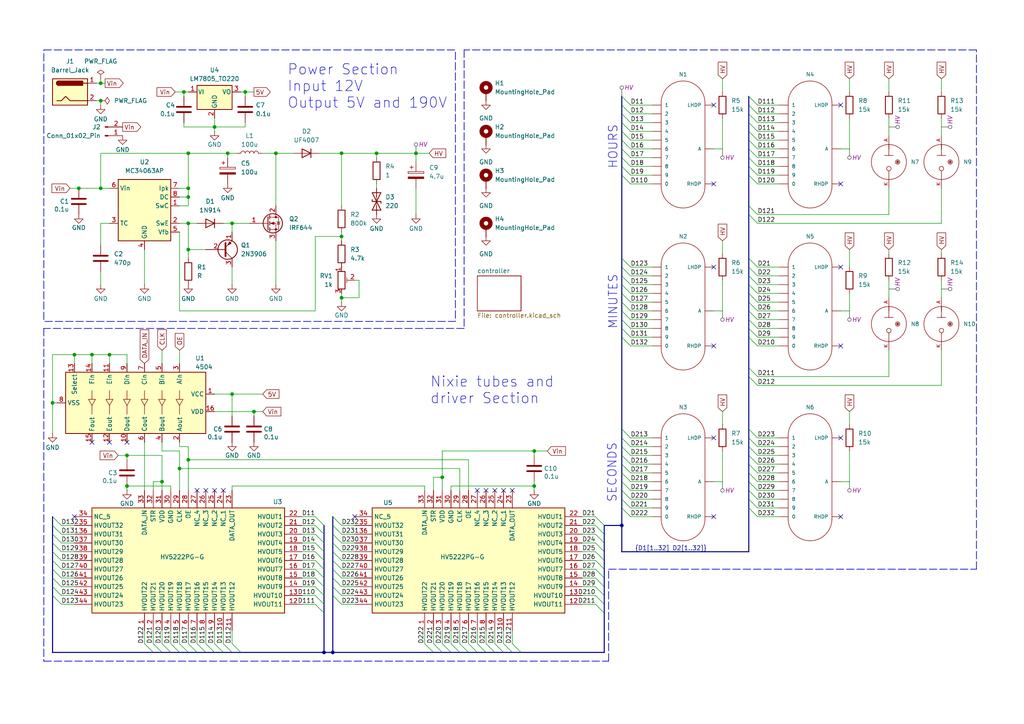
<source format=kicad_sch>
(kicad_sch (version 20231120) (generator "eeschema") (generator_version "8.0")
  (paper "A4")
  (title_block (title "Nixie Clock Project") (date "${DATE}") (rev "${VERSION}") (company "Pim Borman"))
  (junction (at 54.61 57.15))
  (junction (at 66.04 44.45))
  (junction (at 52.07 135.89))
  (junction (at 54.61 64.77))
  (junction (at 73.66 119.38))
  (junction (at 154.94 130.81))
  (junction (at 99.06 44.45))
  (junction (at 99.06 68.58))
  (junction (at 96.52 189.23))
  (junction (at 54.61 54.61))
  (junction (at 93.98 189.23))
  (junction (at 21.59 102.87))
  (junction (at 120.65 44.45))
  (junction (at 29.21 54.61))
  (junction (at 22.86 54.61))
  (junction (at 80.01 44.45))
  (junction (at 128.27 138.43))
  (junction (at 180.34 152.4))
  (junction (at 36.83 132.08))
  (junction (at 109.22 44.45))
  (junction (at 31.75 102.87))
  (junction (at 26.67 102.87))
  (junction (at 46.99 139.7))
  (junction (at 53.34 26.67))
  (junction (at 54.61 72.39))
  (junction (at 54.61 133.35))
  (junction (at 29.21 29.21))
  (junction (at 62.23 36.83))
  (junction (at 67.31 64.77))
  (junction (at 67.31 114.3))
  (junction (at 15.24 116.84))
  (junction (at 71.12 26.67))
  (junction (at 99.06 86.36))
  (junction (at 29.21 24.13))
  (junction (at 36.83 140.97))
  (junction (at 154.94 140.97))
  (junction (at 54.61 44.45))
  (no_connect (at 59.69 142.24))
  (no_connect (at 243.84 149.86))
  (no_connect (at 140.97 142.24))
  (no_connect (at 207.01 127))
  (no_connect (at 243.84 100.33))
  (no_connect (at 243.84 53.34))
  (no_connect (at 207.01 77.47))
  (no_connect (at 64.77 142.24))
  (no_connect (at 143.51 142.24))
  (no_connect (at 57.15 142.24))
  (no_connect (at 36.83 128.27))
  (no_connect (at 138.43 142.24))
  (no_connect (at 243.84 127))
  (no_connect (at 62.23 142.24))
  (no_connect (at 102.87 149.86))
  (no_connect (at 207.01 30.48))
  (no_connect (at 243.84 30.48))
  (no_connect (at 21.59 149.86))
  (no_connect (at 26.67 128.27))
  (no_connect (at 31.75 128.27))
  (no_connect (at 243.84 77.47))
  (no_connect (at 207.01 53.34))
  (no_connect (at 207.01 149.86))
  (no_connect (at 207.01 100.33))
  (no_connect (at 146.05 142.24))
  (no_connect (at 148.59 142.24))
  (bus_entry (at 217.17 45.72) (size 2.54 2.54))
  (bus_entry (at 67.31 186.69) (size 2.54 2.54))
  (bus_entry (at 217.17 142.24) (size 2.54 2.54))
  (bus_entry (at 180.34 82.55) (size 2.54 2.54))
  (bus_entry (at 180.34 139.7) (size 2.54 2.54))
  (bus_entry (at 217.17 109.22) (size 2.54 2.54))
  (bus_entry (at 217.17 35.56) (size 2.54 2.54))
  (bus_entry (at 96.52 157.48) (size 2.54 2.54))
  (bus_entry (at 180.34 90.17) (size 2.54 2.54))
  (bus_entry (at 180.34 144.78) (size 2.54 2.54))
  (bus_entry (at 172.72 149.86) (size 2.54 2.54))
  (bus_entry (at 180.34 30.48) (size 2.54 2.54))
  (bus_entry (at 180.34 80.01) (size 2.54 2.54))
  (bus_entry (at 180.34 38.1) (size 2.54 2.54))
  (bus_entry (at 217.17 30.48) (size 2.54 2.54))
  (bus_entry (at 180.34 33.02) (size 2.54 2.54))
  (bus_entry (at 172.72 162.56) (size 2.54 2.54))
  (bus_entry (at 217.17 43.18) (size 2.54 2.54))
  (bus_entry (at 96.52 165.1) (size 2.54 2.54))
  (bus_entry (at 180.34 35.56) (size 2.54 2.54))
  (bus_entry (at 180.34 87.63) (size 2.54 2.54))
  (bus_entry (at 180.34 134.62) (size 2.54 2.54))
  (bus_entry (at 146.05 186.69) (size 2.54 2.54))
  (bus_entry (at 172.72 172.72) (size 2.54 2.54))
  (bus_entry (at 217.17 147.32) (size 2.54 2.54))
  (bus_entry (at 180.34 127) (size 2.54 2.54))
  (bus_entry (at 217.17 27.94) (size 2.54 2.54))
  (bus_entry (at 57.15 186.69) (size 2.54 2.54))
  (bus_entry (at 180.34 43.18) (size 2.54 2.54))
  (bus_entry (at 91.44 160.02) (size 2.54 2.54))
  (bus_entry (at 46.99 186.69) (size 2.54 2.54))
  (bus_entry (at 15.24 160.02) (size 2.54 2.54))
  (bus_entry (at 96.52 172.72) (size 2.54 2.54))
  (bus_entry (at 180.34 48.26) (size 2.54 2.54))
  (bus_entry (at 15.24 170.18) (size 2.54 2.54))
  (bus_entry (at 217.17 50.8) (size 2.54 2.54))
  (bus_entry (at 180.34 74.93) (size 2.54 2.54))
  (bus_entry (at 217.17 134.62) (size 2.54 2.54))
  (bus_entry (at 15.24 154.94) (size 2.54 2.54))
  (bus_entry (at 217.17 38.1) (size 2.54 2.54))
  (bus_entry (at 217.17 40.64) (size 2.54 2.54))
  (bus_entry (at 180.34 85.09) (size 2.54 2.54))
  (bus_entry (at 91.44 165.1) (size 2.54 2.54))
  (bus_entry (at 15.24 152.4) (size 2.54 2.54))
  (bus_entry (at 217.17 33.02) (size 2.54 2.54))
  (bus_entry (at 180.34 137.16) (size 2.54 2.54))
  (bus_entry (at 217.17 132.08) (size 2.54 2.54))
  (bus_entry (at 172.72 165.1) (size 2.54 2.54))
  (bus_entry (at 217.17 139.7) (size 2.54 2.54))
  (bus_entry (at 180.34 40.64) (size 2.54 2.54))
  (bus_entry (at 180.34 27.94) (size 2.54 2.54))
  (bus_entry (at 96.52 149.86) (size 2.54 2.54))
  (bus_entry (at 172.72 154.94) (size 2.54 2.54))
  (bus_entry (at 96.52 167.64) (size 2.54 2.54))
  (bus_entry (at 96.52 162.56) (size 2.54 2.54))
  (bus_entry (at 217.17 62.23) (size 2.54 2.54))
  (bus_entry (at 180.34 50.8) (size 2.54 2.54))
  (bus_entry (at 180.34 92.71) (size 2.54 2.54))
  (bus_entry (at 15.24 162.56) (size 2.54 2.54))
  (bus_entry (at 143.51 186.69) (size 2.54 2.54))
  (bus_entry (at 172.72 170.18) (size 2.54 2.54))
  (bus_entry (at 217.17 95.25) (size 2.54 2.54))
  (bus_entry (at 15.24 165.1) (size 2.54 2.54))
  (bus_entry (at 41.91 186.69) (size 2.54 2.54))
  (bus_entry (at 180.34 129.54) (size 2.54 2.54))
  (bus_entry (at 180.34 147.32) (size 2.54 2.54))
  (bus_entry (at 64.77 186.69) (size 2.54 2.54))
  (bus_entry (at 217.17 90.17) (size 2.54 2.54))
  (bus_entry (at 52.07 186.69) (size 2.54 2.54))
  (bus_entry (at 96.52 154.94) (size 2.54 2.54))
  (bus_entry (at 96.52 152.4) (size 2.54 2.54))
  (bus_entry (at 217.17 124.46) (size 2.54 2.54))
  (bus_entry (at 172.72 167.64) (size 2.54 2.54))
  (bus_entry (at 217.17 137.16) (size 2.54 2.54))
  (bus_entry (at 217.17 85.09) (size 2.54 2.54))
  (bus_entry (at 15.24 157.48) (size 2.54 2.54))
  (bus_entry (at 172.72 160.02) (size 2.54 2.54))
  (bus_entry (at 62.23 186.69) (size 2.54 2.54))
  (bus_entry (at 217.17 48.26) (size 2.54 2.54))
  (bus_entry (at 128.27 186.69) (size 2.54 2.54))
  (bus_entry (at 217.17 82.55) (size 2.54 2.54))
  (bus_entry (at 91.44 167.64) (size 2.54 2.54))
  (bus_entry (at 140.97 186.69) (size 2.54 2.54))
  (bus_entry (at 217.17 59.69) (size 2.54 2.54))
  (bus_entry (at 217.17 129.54) (size 2.54 2.54))
  (bus_entry (at 15.24 172.72) (size 2.54 2.54))
  (bus_entry (at 91.44 149.86) (size 2.54 2.54))
  (bus_entry (at 148.59 186.69) (size 2.54 2.54))
  (bus_entry (at 217.17 74.93) (size 2.54 2.54))
  (bus_entry (at 91.44 152.4) (size 2.54 2.54))
  (bus_entry (at 180.34 142.24) (size 2.54 2.54))
  (bus_entry (at 133.35 186.69) (size 2.54 2.54))
  (bus_entry (at 180.34 97.79) (size 2.54 2.54))
  (bus_entry (at 15.24 149.86) (size 2.54 2.54))
  (bus_entry (at 96.52 170.18) (size 2.54 2.54))
  (bus_entry (at 54.61 186.69) (size 2.54 2.54))
  (bus_entry (at 130.81 186.69) (size 2.54 2.54))
  (bus_entry (at 125.73 186.69) (size 2.54 2.54))
  (bus_entry (at 123.19 186.69) (size 2.54 2.54))
  (bus_entry (at 217.17 80.01) (size 2.54 2.54))
  (bus_entry (at 217.17 77.47) (size 2.54 2.54))
  (bus_entry (at 217.17 92.71) (size 2.54 2.54))
  (bus_entry (at 91.44 170.18) (size 2.54 2.54))
  (bus_entry (at 217.17 106.68) (size 2.54 2.54))
  (bus_entry (at 172.72 152.4) (size 2.54 2.54))
  (bus_entry (at 44.45 186.69) (size 2.54 2.54))
  (bus_entry (at 91.44 157.48) (size 2.54 2.54))
  (bus_entry (at 49.53 186.69) (size 2.54 2.54))
  (bus_entry (at 217.17 127) (size 2.54 2.54))
  (bus_entry (at 172.72 175.26) (size 2.54 2.54))
  (bus_entry (at 180.34 124.46) (size 2.54 2.54))
  (bus_entry (at 172.72 157.48) (size 2.54 2.54))
  (bus_entry (at 59.69 186.69) (size 2.54 2.54))
  (bus_entry (at 217.17 87.63) (size 2.54 2.54))
  (bus_entry (at 91.44 154.94) (size 2.54 2.54))
  (bus_entry (at 91.44 172.72) (size 2.54 2.54))
  (bus_entry (at 217.17 144.78) (size 2.54 2.54))
  (bus_entry (at 15.24 167.64) (size 2.54 2.54))
  (bus_entry (at 217.17 97.79) (size 2.54 2.54))
  (bus_entry (at 180.34 77.47) (size 2.54 2.54))
  (bus_entry (at 138.43 186.69) (size 2.54 2.54))
  (bus_entry (at 180.34 132.08) (size 2.54 2.54))
  (bus_entry (at 91.44 162.56) (size 2.54 2.54))
  (bus_entry (at 135.89 186.69) (size 2.54 2.54))
  (bus_entry (at 91.44 175.26) (size 2.54 2.54))
  (bus_entry (at 180.34 45.72) (size 2.54 2.54))
  (bus_entry (at 96.52 160.02) (size 2.54 2.54))
  (bus_entry (at 180.34 95.25) (size 2.54 2.54))
  (wire (pts (xy 54.61 64.77) (xy 57.15 64.77)))
  (wire (pts (xy 219.71 90.17) (xy 226.06 90.17)))
  (bus (pts (xy 180.34 139.7) (xy 180.34 142.24)))
  (wire (pts (xy 73.66 119.38) (xy 73.66 120.65)))
  (bus (pts (xy 180.34 152.4) (xy 175.26 152.4)))
  (wire (pts (xy 31.75 102.87) (xy 26.67 102.87)))
  (wire (pts (xy 219.71 111.76) (xy 273.05 111.76)))
  (wire (pts (xy 128.27 138.43) (xy 128.27 142.24)))
  (wire (pts (xy 53.34 26.67) (xy 54.61 26.67)))
  (wire (pts (xy 168.91 170.18) (xy 172.72 170.18)))
  (wire (pts (xy 54.61 57.15) (xy 54.61 54.61)))
  (wire (pts (xy 66.04 44.45) (xy 66.04 45.72)))
  (wire (pts (xy 154.94 130.81) (xy 158.75 130.81)))
  (wire (pts (xy 182.88 85.09) (xy 189.23 85.09)))
  (bus (pts (xy 180.34 92.71) (xy 180.34 95.25)))
  (wire (pts (xy 219.71 97.79) (xy 226.06 97.79)))
  (wire (pts (xy 123.19 140.97) (xy 123.19 142.24)))
  (wire (pts (xy 52.07 67.31) (xy 52.07 90.17)))
  (bus (pts (xy 175.26 165.1) (xy 175.26 167.64)))
  (wire (pts (xy 87.63 152.4) (xy 91.44 152.4)))
  (wire (pts (xy 182.88 35.56) (xy 189.23 35.56)))
  (wire (pts (xy 219.71 64.77) (xy 273.05 64.77)))
  (wire (pts (xy 130.81 140.97) (xy 154.94 140.97)))
  (bus (pts (xy 217.17 147.32) (xy 217.17 160.02)))
  (wire (pts (xy 99.06 157.48) (xy 102.87 157.48)))
  (bus (pts (xy 15.24 149.86) (xy 15.24 152.4)))
  (bus (pts (xy 180.34 134.62) (xy 180.34 137.16)))
  (wire (pts (xy 62.23 38.1) (xy 62.23 36.83)))
  (bus (pts (xy 217.17 48.26) (xy 217.17 50.8)))
  (wire (pts (xy 46.99 101.6) (xy 46.99 105.41)))
  (wire (pts (xy 17.78 152.4) (xy 21.59 152.4)))
  (bus (pts (xy 175.26 167.64) (xy 175.26 170.18)))
  (wire (pts (xy 27.94 24.13) (xy 29.21 24.13)))
  (wire (pts (xy 99.06 68.58) (xy 99.06 69.85)))
  (wire (pts (xy 257.81 81.28) (xy 257.81 86.36)))
  (bus (pts (xy 180.34 27.94) (xy 180.34 30.48)))
  (wire (pts (xy 219.71 53.34) (xy 226.06 53.34)))
  (wire (pts (xy 109.22 44.45) (xy 109.22 45.72)))
  (wire (pts (xy 182.88 97.79) (xy 189.23 97.79)))
  (bus (pts (xy 217.17 144.78) (xy 217.17 147.32)))
  (bus (pts (xy 175.26 160.02) (xy 175.26 162.56)))
  (bus (pts (xy 130.81 189.23) (xy 128.27 189.23)))
  (wire (pts (xy 182.88 137.16) (xy 189.23 137.16)))
  (bus (pts (xy 217.17 77.47) (xy 217.17 80.01)))
  (bus (pts (xy 217.17 90.17) (xy 217.17 92.71)))
  (bus (pts (xy 180.34 35.56) (xy 180.34 38.1)))
  (wire (pts (xy 219.71 144.78) (xy 226.06 144.78)))
  (wire (pts (xy 273.05 101.6) (xy 273.05 111.76)))
  (polyline (pts (xy 134.62 14.478) (xy 134.62 95.25)) (stroke (width 0.2) (type dash)))
  (wire (pts (xy 52.07 130.81) (xy 52.07 135.89)))
  (bus (pts (xy 96.52 172.72) (xy 96.52 189.23)))
  (bus (pts (xy 180.34 95.25) (xy 180.34 97.79)))
  (wire (pts (xy 273.05 81.28) (xy 273.05 86.36)))
  (wire (pts (xy 246.38 130.81) (xy 246.38 139.7)))
  (wire (pts (xy 257.81 62.23) (xy 257.81 54.61)))
  (wire (pts (xy 182.88 132.08) (xy 189.23 132.08)))
  (wire (pts (xy 15.24 102.87) (xy 21.59 102.87)))
  (bus (pts (xy 217.17 137.16) (xy 217.17 139.7)))
  (bus (pts (xy 93.98 157.48) (xy 93.98 160.02)))
  (bus (pts (xy 217.17 30.48) (xy 217.17 33.02)))
  (bus (pts (xy 180.34 127) (xy 180.34 129.54)))
  (wire (pts (xy 143.51 186.69) (xy 143.51 182.88)))
  (wire (pts (xy 219.71 35.56) (xy 226.06 35.56)))
  (wire (pts (xy 52.07 135.89) (xy 133.35 135.89)))
  (wire (pts (xy 67.31 140.97) (xy 123.19 140.97)))
  (wire (pts (xy 87.63 165.1) (xy 91.44 165.1)))
  (wire (pts (xy 182.88 30.48) (xy 189.23 30.48)))
  (bus (pts (xy 15.24 157.48) (xy 15.24 160.02)))
  (wire (pts (xy 99.06 44.45) (xy 109.22 44.45)))
  (wire (pts (xy 67.31 114.3) (xy 67.31 120.65)))
  (wire (pts (xy 29.21 29.21) (xy 27.94 29.21)))
  (bus (pts (xy 96.52 162.56) (xy 96.52 165.1)))
  (bus (pts (xy 175.26 152.4) (xy 175.26 154.94)))
  (wire (pts (xy 182.88 149.86) (xy 189.23 149.86)))
  (wire (pts (xy 219.71 100.33) (xy 226.06 100.33)))
  (bus (pts (xy 217.17 27.94) (xy 217.17 30.48)))
  (wire (pts (xy 182.88 82.55) (xy 189.23 82.55)))
  (wire (pts (xy 273.05 72.39) (xy 273.05 73.66)))
  (bus (pts (xy 15.24 154.94) (xy 15.24 157.48)))
  (bus (pts (xy 128.27 189.23) (xy 125.73 189.23)))
  (wire (pts (xy 52.07 135.89) (xy 52.07 142.24)))
  (bus (pts (xy 15.24 162.56) (xy 15.24 165.1)))
  (wire (pts (xy 109.22 53.34) (xy 109.22 54.61)))
  (bus (pts (xy 93.98 172.72) (xy 93.98 175.26)))
  (wire (pts (xy 29.21 54.61) (xy 29.21 44.45)))
  (bus (pts (xy 175.26 170.18) (xy 175.26 172.72)))
  (wire (pts (xy 31.75 64.77) (xy 29.21 64.77)))
  (wire (pts (xy 80.01 44.45) (xy 80.01 59.69)))
  (bus (pts (xy 96.52 189.23) (xy 93.98 189.23)))
  (wire (pts (xy 257.81 22.86) (xy 257.81 26.67)))
  (wire (pts (xy 99.06 175.26) (xy 102.87 175.26)))
  (wire (pts (xy 71.12 26.67) (xy 69.85 26.67)))
  (wire (pts (xy 76.2 119.38) (xy 73.66 119.38)))
  (wire (pts (xy 59.69 186.69) (xy 59.69 182.88)))
  (wire (pts (xy 67.31 182.88) (xy 67.31 186.69)))
  (wire (pts (xy 46.99 132.08) (xy 36.83 132.08)))
  (wire (pts (xy 182.88 134.62) (xy 189.23 134.62)))
  (wire (pts (xy 219.71 87.63) (xy 226.06 87.63)))
  (wire (pts (xy 73.66 119.38) (xy 62.23 119.38)))
  (wire (pts (xy 219.71 142.24) (xy 226.06 142.24)))
  (wire (pts (xy 104.14 81.28) (xy 104.14 86.36)))
  (wire (pts (xy 182.88 95.25) (xy 189.23 95.25)))
  (bus (pts (xy 54.61 189.23) (xy 52.07 189.23)))
  (bus (pts (xy 217.17 43.18) (xy 217.17 45.72)))
  (bus (pts (xy 62.23 189.23) (xy 59.69 189.23)))
  (wire (pts (xy 20.32 54.61) (xy 22.86 54.61)))
  (bus (pts (xy 180.34 152.4) (xy 180.34 160.02)))
  (wire (pts (xy 182.88 87.63) (xy 189.23 87.63)))
  (bus (pts (xy 93.98 165.1) (xy 93.98 167.64)))
  (wire (pts (xy 29.21 24.13) (xy 30.48 24.13)))
  (wire (pts (xy 76.2 114.3) (xy 67.31 114.3)))
  (bus (pts (xy 143.51 189.23) (xy 140.97 189.23)))
  (wire (pts (xy 87.63 157.48) (xy 91.44 157.48)))
  (wire (pts (xy 52.07 57.15) (xy 54.61 57.15)))
  (wire (pts (xy 182.88 48.26) (xy 189.23 48.26)))
  (wire (pts (xy 52.07 128.27) (xy 52.07 129.54)))
  (wire (pts (xy 219.71 149.86) (xy 226.06 149.86)))
  (wire (pts (xy 257.81 101.6) (xy 257.81 109.22)))
  (wire (pts (xy 219.71 45.72) (xy 226.06 45.72)))
  (bus (pts (xy 180.34 50.8) (xy 180.34 74.93)))
  (wire (pts (xy 182.88 33.02) (xy 189.23 33.02)))
  (wire (pts (xy 52.07 64.77) (xy 54.61 64.77)))
  (bus (pts (xy 217.17 97.79) (xy 217.17 106.68)))
  (wire (pts (xy 209.55 139.7) (xy 207.01 139.7)))
  (bus (pts (xy 180.34 43.18) (xy 180.34 45.72)))
  (wire (pts (xy 246.38 34.29) (xy 246.38 43.18)))
  (wire (pts (xy 87.63 162.56) (xy 91.44 162.56)))
  (wire (pts (xy 146.05 186.69) (xy 146.05 182.88)))
  (bus (pts (xy 15.24 165.1) (xy 15.24 167.64)))
  (bus (pts (xy 93.98 189.23) (xy 69.85 189.23)))
  (wire (pts (xy 99.06 86.36) (xy 99.06 85.09)))
  (wire (pts (xy 209.55 130.81) (xy 209.55 139.7)))
  (wire (pts (xy 219.71 82.55) (xy 226.06 82.55)))
  (wire (pts (xy 154.94 132.08) (xy 154.94 130.81)))
  (wire (pts (xy 99.06 44.45) (xy 99.06 59.69)))
  (wire (pts (xy 125.73 186.69) (xy 125.73 182.88)))
  (wire (pts (xy 209.55 69.85) (xy 209.55 73.66)))
  (wire (pts (xy 99.06 154.94) (xy 102.87 154.94)))
  (bus (pts (xy 217.17 124.46) (xy 217.17 127)))
  (bus (pts (xy 135.89 189.23) (xy 133.35 189.23)))
  (wire (pts (xy 219.71 85.09) (xy 226.06 85.09)))
  (wire (pts (xy 36.83 105.41) (xy 36.83 102.87)))
  (wire (pts (xy 36.83 133.35) (xy 36.83 132.08)))
  (wire (pts (xy 41.91 186.69) (xy 41.91 182.88)))
  (wire (pts (xy 168.91 167.64) (xy 172.72 167.64)))
  (bus (pts (xy 217.17 142.24) (xy 217.17 144.78)))
  (wire (pts (xy 54.61 59.69) (xy 54.61 57.15)))
  (wire (pts (xy 53.34 35.56) (xy 53.34 36.83)))
  (wire (pts (xy 31.75 54.61) (xy 29.21 54.61)))
  (bus (pts (xy 93.98 154.94) (xy 93.98 157.48)))
  (bus (pts (xy 59.69 189.23) (xy 57.15 189.23)))
  (bus (pts (xy 217.17 59.69) (xy 217.17 62.23)))
  (bus (pts (xy 217.17 80.01) (xy 217.17 82.55)))
  (wire (pts (xy 219.71 134.62) (xy 226.06 134.62)))
  (bus (pts (xy 180.34 160.02) (xy 217.17 160.02)))
  (wire (pts (xy 54.61 44.45) (xy 66.04 44.45)))
  (wire (pts (xy 76.2 44.45) (xy 80.01 44.45)))
  (polyline (pts (xy 176.53 191.77) (xy 176.53 165.1)) (stroke (width 0.2) (type dash)))
  (wire (pts (xy 125.73 138.43) (xy 128.27 138.43)))
  (wire (pts (xy 120.65 44.45) (xy 124.46 44.45)))
  (wire (pts (xy 128.27 186.69) (xy 128.27 182.88)))
  (wire (pts (xy 67.31 64.77) (xy 67.31 67.31)))
  (wire (pts (xy 52.07 186.69) (xy 52.07 182.88)))
  (polyline (pts (xy 12.7 191.77) (xy 176.53 191.77)) (stroke (width 0.2) (type dash)))
  (polyline (pts (xy 283.21 14.478) (xy 134.62 14.478)) (stroke (width 0.2) (type dash)))
  (wire (pts (xy 22.86 54.61) (xy 29.21 54.61)))
  (wire (pts (xy 67.31 82.55) (xy 67.31 77.47)))
  (bus (pts (xy 175.26 175.26) (xy 175.26 177.8)))
  (wire (pts (xy 182.88 80.01) (xy 189.23 80.01)))
  (wire (pts (xy 168.91 165.1) (xy 172.72 165.1)))
  (bus (pts (xy 93.98 175.26) (xy 93.98 177.8)))
  (wire (pts (xy 168.91 152.4) (xy 172.72 152.4)))
  (bus (pts (xy 175.26 157.48) (xy 175.26 160.02)))
  (bus (pts (xy 175.26 162.56) (xy 175.26 165.1)))
  (bus (pts (xy 175.26 154.94) (xy 175.26 157.48)))
  (bus (pts (xy 96.52 165.1) (xy 96.52 167.64)))
  (wire (pts (xy 219.71 77.47) (xy 226.06 77.47)))
  (bus (pts (xy 180.34 144.78) (xy 180.34 147.32)))
  (bus (pts (xy 93.98 167.64) (xy 93.98 170.18)))
  (bus (pts (xy 148.59 189.23) (xy 146.05 189.23)))
  (wire (pts (xy 246.38 139.7) (xy 243.84 139.7)))
  (wire (pts (xy 15.24 125.73) (xy 15.24 116.84)))
  (wire (pts (xy 219.71 43.18) (xy 226.06 43.18)))
  (wire (pts (xy 182.88 45.72) (xy 189.23 45.72)))
  (wire (pts (xy 52.07 59.69) (xy 54.61 59.69)))
  (bus (pts (xy 180.34 147.32) (xy 180.34 152.4)))
  (bus (pts (xy 133.35 189.23) (xy 130.81 189.23)))
  (wire (pts (xy 91.44 68.58) (xy 91.44 90.17)))
  (wire (pts (xy 168.91 172.72) (xy 172.72 172.72)))
  (wire (pts (xy 50.8 26.67) (xy 53.34 26.67)))
  (wire (pts (xy 209.55 119.38) (xy 209.55 123.19)))
  (bus (pts (xy 217.17 85.09) (xy 217.17 87.63)))
  (bus (pts (xy 180.34 82.55) (xy 180.34 85.09)))
  (wire (pts (xy 44.45 186.69) (xy 44.45 182.88)))
  (wire (pts (xy 182.88 92.71) (xy 189.23 92.71)))
  (bus (pts (xy 180.34 30.48) (xy 180.34 33.02)))
  (bus (pts (xy 175.26 177.8) (xy 175.26 189.23)))
  (wire (pts (xy 87.63 149.86) (xy 91.44 149.86)))
  (wire (pts (xy 71.12 35.56) (xy 71.12 36.83)))
  (wire (pts (xy 80.01 82.55) (xy 80.01 69.85)))
  (wire (pts (xy 87.63 175.26) (xy 91.44 175.26)))
  (wire (pts (xy 15.24 102.87) (xy 15.24 116.84)))
  (wire (pts (xy 46.99 186.69) (xy 46.99 182.88)))
  (wire (pts (xy 246.38 85.09) (xy 246.38 90.17)))
  (bus (pts (xy 15.24 152.4) (xy 15.24 154.94)))
  (bus (pts (xy 140.97 189.23) (xy 138.43 189.23)))
  (wire (pts (xy 99.06 167.64) (xy 102.87 167.64)))
  (wire (pts (xy 257.81 34.29) (xy 257.81 39.37)))
  (bus (pts (xy 96.52 167.64) (xy 96.52 170.18)))
  (wire (pts (xy 52.07 54.61) (xy 54.61 54.61)))
  (wire (pts (xy 209.55 34.29) (xy 209.55 43.18)))
  (bus (pts (xy 217.17 74.93) (xy 217.17 77.47)))
  (wire (pts (xy 135.89 186.69) (xy 135.89 182.88)))
  (bus (pts (xy 151.13 189.23) (xy 148.59 189.23)))
  (bus (pts (xy 125.73 189.23) (xy 96.52 189.23)))
  (wire (pts (xy 92.71 44.45) (xy 99.06 44.45)))
  (wire (pts (xy 154.94 142.24) (xy 154.94 140.97)))
  (bus (pts (xy 96.52 170.18) (xy 96.52 172.72)))
  (wire (pts (xy 87.63 154.94) (xy 91.44 154.94)))
  (bus (pts (xy 93.98 177.8) (xy 93.98 189.23)))
  (wire (pts (xy 219.71 33.02) (xy 226.06 33.02)))
  (bus (pts (xy 217.17 50.8) (xy 217.17 59.69)))
  (wire (pts (xy 219.71 48.26) (xy 226.06 48.26)))
  (wire (pts (xy 17.78 157.48) (xy 21.59 157.48)))
  (wire (pts (xy 133.35 186.69) (xy 133.35 182.88)))
  (bus (pts (xy 217.17 127) (xy 217.17 129.54)))
  (wire (pts (xy 257.81 72.39) (xy 257.81 73.66)))
  (bus (pts (xy 180.34 137.16) (xy 180.34 139.7)))
  (wire (pts (xy 46.99 139.7) (xy 46.99 142.24)))
  (wire (pts (xy 219.71 132.08) (xy 226.06 132.08)))
  (bus (pts (xy 217.17 45.72) (xy 217.17 48.26)))
  (bus (pts (xy 180.34 85.09) (xy 180.34 87.63)))
  (wire (pts (xy 168.91 162.56) (xy 172.72 162.56)))
  (wire (pts (xy 209.55 22.86) (xy 209.55 26.67)))
  (wire (pts (xy 26.67 102.87) (xy 26.67 105.41)))
  (wire (pts (xy 17.78 167.64) (xy 21.59 167.64)))
  (wire (pts (xy 273.05 34.29) (xy 273.05 39.37)))
  (wire (pts (xy 99.06 87.63) (xy 99.06 86.36)))
  (wire (pts (xy 62.23 186.69) (xy 62.23 182.88)))
  (wire (pts (xy 49.53 186.69) (xy 49.53 182.88)))
  (wire (pts (xy 46.99 132.08) (xy 46.99 139.7)))
  (wire (pts (xy 67.31 140.97) (xy 67.31 142.24)))
  (wire (pts (xy 182.88 127) (xy 189.23 127)))
  (wire (pts (xy 219.71 95.25) (xy 226.06 95.25)))
  (wire (pts (xy 120.65 62.23) (xy 120.65 54.61)))
  (bus (pts (xy 217.17 62.23) (xy 217.17 74.93)))
  (wire (pts (xy 29.21 78.74) (xy 29.21 82.55)))
  (bus (pts (xy 15.24 167.64) (xy 15.24 170.18)))
  (bus (pts (xy 180.34 80.01) (xy 180.34 82.55)))
  (wire (pts (xy 17.78 172.72) (xy 21.59 172.72)))
  (wire (pts (xy 99.06 162.56) (xy 102.87 162.56)))
  (wire (pts (xy 99.06 152.4) (xy 102.87 152.4)))
  (bus (pts (xy 96.52 152.4) (xy 96.52 154.94)))
  (bus (pts (xy 217.17 87.63) (xy 217.17 90.17)))
  (wire (pts (xy 130.81 186.69) (xy 130.81 182.88)))
  (wire (pts (xy 64.77 186.69) (xy 64.77 182.88)))
  (wire (pts (xy 36.83 140.97) (xy 36.83 142.24)))
  (wire (pts (xy 54.61 186.69) (xy 54.61 182.88)))
  (wire (pts (xy 52.07 90.17) (xy 91.44 90.17)))
  (bus (pts (xy 217.17 134.62) (xy 217.17 137.16)))
  (wire (pts (xy 29.21 22.86) (xy 29.21 24.13)))
  (wire (pts (xy 46.99 130.81) (xy 52.07 130.81)))
  (bus (pts (xy 180.34 33.02) (xy 180.34 35.56)))
  (wire (pts (xy 182.88 147.32) (xy 189.23 147.32)))
  (wire (pts (xy 53.34 36.83) (xy 62.23 36.83)))
  (bus (pts (xy 93.98 160.02) (xy 93.98 162.56)))
  (wire (pts (xy 182.88 50.8) (xy 189.23 50.8)))
  (bus (pts (xy 96.52 154.94) (xy 96.52 157.48)))
  (wire (pts (xy 219.71 30.48) (xy 226.06 30.48)))
  (wire (pts (xy 148.59 182.88) (xy 148.59 186.69)))
  (wire (pts (xy 209.55 43.18) (xy 207.01 43.18)))
  (wire (pts (xy 87.63 170.18) (xy 91.44 170.18)))
  (bus (pts (xy 96.52 149.86) (xy 96.52 152.4)))
  (wire (pts (xy 130.81 142.24) (xy 130.81 140.97)))
  (bus (pts (xy 64.77 189.23) (xy 62.23 189.23)))
  (wire (pts (xy 246.38 72.39) (xy 246.38 77.47)))
  (wire (pts (xy 168.91 157.48) (xy 172.72 157.48)))
  (bus (pts (xy 69.85 189.23) (xy 67.31 189.23)))
  (wire (pts (xy 52.07 101.6) (xy 52.07 105.41)))
  (wire (pts (xy 31.75 102.87) (xy 31.75 105.41)))
  (wire (pts (xy 168.91 175.26) (xy 172.72 175.26)))
  (wire (pts (xy 219.71 92.71) (xy 226.06 92.71)))
  (bus (pts (xy 15.24 160.02) (xy 15.24 162.56)))
  (wire (pts (xy 87.63 172.72) (xy 91.44 172.72)))
  (wire (pts (xy 154.94 140.97) (xy 154.94 139.7)))
  (wire (pts (xy 46.99 128.27) (xy 46.99 130.81)))
  (bus (pts (xy 217.17 106.68) (xy 217.17 109.22)))
  (wire (pts (xy 138.43 186.69) (xy 138.43 182.88)))
  (bus (pts (xy 217.17 129.54) (xy 217.17 132.08)))
  (wire (pts (xy 219.71 62.23) (xy 257.81 62.23)))
  (bus (pts (xy 217.17 35.56) (xy 217.17 38.1)))
  (wire (pts (xy 125.73 138.43) (xy 125.73 142.24)))
  (bus (pts (xy 57.15 189.23) (xy 54.61 189.23)))
  (wire (pts (xy 68.58 44.45) (xy 66.04 44.45)))
  (wire (pts (xy 87.63 160.02) (xy 91.44 160.02)))
  (wire (pts (xy 29.21 30.48) (xy 29.21 29.21)))
  (wire (pts (xy 182.88 100.33) (xy 189.23 100.33)))
  (wire (pts (xy 219.71 50.8) (xy 226.06 50.8)))
  (wire (pts (xy 182.88 38.1) (xy 189.23 38.1)))
  (wire (pts (xy 182.88 53.34) (xy 189.23 53.34)))
  (wire (pts (xy 87.63 167.64) (xy 91.44 167.64)))
  (wire (pts (xy 219.71 38.1) (xy 226.06 38.1)))
  (bus (pts (xy 217.17 38.1) (xy 217.17 40.64)))
  (bus (pts (xy 52.07 189.23) (xy 49.53 189.23)))
  (wire (pts (xy 36.83 102.87) (xy 31.75 102.87)))
  (wire (pts (xy 54.61 54.61) (xy 54.61 44.45)))
  (wire (pts (xy 99.06 170.18) (xy 102.87 170.18)))
  (wire (pts (xy 99.06 67.31) (xy 99.06 68.58)))
  (bus (pts (xy 180.34 142.24) (xy 180.34 144.78)))
  (wire (pts (xy 246.38 119.38) (xy 246.38 123.19)))
  (bus (pts (xy 180.34 87.63) (xy 180.34 90.17)))
  (bus (pts (xy 180.34 97.79) (xy 180.34 124.46)))
  (wire (pts (xy 109.22 44.45) (xy 120.65 44.45)))
  (wire (pts (xy 54.61 133.35) (xy 54.61 142.24)))
  (wire (pts (xy 168.91 154.94) (xy 172.72 154.94)))
  (wire (pts (xy 219.71 147.32) (xy 226.06 147.32)))
  (bus (pts (xy 175.26 172.72) (xy 175.26 175.26)))
  (wire (pts (xy 182.88 43.18) (xy 189.23 43.18)))
  (wire (pts (xy 67.31 114.3) (xy 62.23 114.3)))
  (wire (pts (xy 64.77 64.77) (xy 67.31 64.77)))
  (wire (pts (xy 246.38 90.17) (xy 243.84 90.17)))
  (bus (pts (xy 180.34 45.72) (xy 180.34 48.26)))
  (bus (pts (xy 93.98 170.18) (xy 93.98 172.72)))
  (wire (pts (xy 54.61 129.54) (xy 52.07 129.54)))
  (wire (pts (xy 17.78 170.18) (xy 21.59 170.18)))
  (bus (pts (xy 217.17 132.08) (xy 217.17 134.62)))
  (wire (pts (xy 219.71 109.22) (xy 257.81 109.22)))
  (wire (pts (xy 41.91 82.55) (xy 41.91 72.39)))
  (wire (pts (xy 182.88 77.47) (xy 189.23 77.47)))
  (bus (pts (xy 217.17 95.25) (xy 217.17 97.79)))
  (wire (pts (xy 135.89 133.35) (xy 135.89 142.24)))
  (bus (pts (xy 180.34 90.17) (xy 180.34 92.71)))
  (wire (pts (xy 219.71 80.01) (xy 226.06 80.01)))
  (wire (pts (xy 49.53 140.97) (xy 36.83 140.97)))
  (bus (pts (xy 217.17 82.55) (xy 217.17 85.09)))
  (wire (pts (xy 182.88 139.7) (xy 189.23 139.7)))
  (wire (pts (xy 54.61 133.35) (xy 135.89 133.35)))
  (wire (pts (xy 168.91 160.02) (xy 172.72 160.02)))
  (bus (pts (xy 96.52 160.02) (xy 96.52 162.56)))
  (wire (pts (xy 53.34 26.67) (xy 53.34 27.94)))
  (bus (pts (xy 217.17 92.71) (xy 217.17 95.25)))
  (wire (pts (xy 29.21 64.77) (xy 29.21 71.12)))
  (bus (pts (xy 46.99 189.23) (xy 44.45 189.23)))
  (wire (pts (xy 219.71 137.16) (xy 226.06 137.16)))
  (wire (pts (xy 54.61 129.54) (xy 54.61 133.35)))
  (wire (pts (xy 17.78 175.26) (xy 21.59 175.26)))
  (wire (pts (xy 91.44 68.58) (xy 99.06 68.58)))
  (wire (pts (xy 99.06 165.1) (xy 102.87 165.1)))
  (wire (pts (xy 246.38 43.18) (xy 243.84 43.18)))
  (bus (pts (xy 15.24 170.18) (xy 15.24 172.72)))
  (wire (pts (xy 128.27 130.81) (xy 154.94 130.81)))
  (bus (pts (xy 44.45 189.23) (xy 15.24 189.23)))
  (bus (pts (xy 96.52 157.48) (xy 96.52 160.02)))
  (wire (pts (xy 219.71 129.54) (xy 226.06 129.54)))
  (wire (pts (xy 71.12 36.83) (xy 62.23 36.83)))
  (bus (pts (xy 146.05 189.23) (xy 143.51 189.23)))
  (wire (pts (xy 120.65 44.45) (xy 120.65 46.99)))
  (wire (pts (xy 36.83 132.08) (xy 34.29 132.08)))
  (bus (pts (xy 180.34 129.54) (xy 180.34 132.08)))
  (wire (pts (xy 44.45 139.7) (xy 44.45 142.24)))
  (wire (pts (xy 17.78 160.02) (xy 21.59 160.02)))
  (wire (pts (xy 71.12 26.67) (xy 71.12 27.94)))
  (wire (pts (xy 273.05 22.86) (xy 273.05 26.67)))
  (wire (pts (xy 17.78 154.94) (xy 21.59 154.94)))
  (bus (pts (xy 180.34 48.26) (xy 180.34 50.8)))
  (wire (pts (xy 128.27 130.81) (xy 128.27 138.43)))
  (bus (pts (xy 180.34 40.64) (xy 180.34 43.18)))
  (wire (pts (xy 57.15 186.69) (xy 57.15 182.88)))
  (bus (pts (xy 175.26 189.23) (xy 151.13 189.23)))
  (wire (pts (xy 67.31 64.77) (xy 72.39 64.77)))
  (wire (pts (xy 209.55 81.28) (xy 209.55 90.17)))
  (wire (pts (xy 273.05 64.77) (xy 273.05 54.61)))
  (wire (pts (xy 29.21 44.45) (xy 54.61 44.45)))
  (wire (pts (xy 123.19 186.69) (xy 123.19 182.88)))
  (wire (pts (xy 62.23 36.83) (xy 62.23 34.29)))
  (wire (pts (xy 49.53 142.24) (xy 49.53 140.97)))
  (bus (pts (xy 180.34 74.93) (xy 180.34 77.47)))
  (bus (pts (xy 67.31 189.23) (xy 64.77 189.23)))
  (wire (pts (xy 246.38 22.86) (xy 246.38 26.67)))
  (wire (pts (xy 182.88 90.17) (xy 189.23 90.17)))
  (wire (pts (xy 46.99 139.7) (xy 44.45 139.7)))
  (bus (pts (xy 138.43 189.23) (xy 135.89 189.23)))
  (wire (pts (xy 182.88 129.54) (xy 189.23 129.54)))
  (polyline (pts (xy 283.21 165.1) (xy 283.21 14.478)) (stroke (width 0.2) (type dash)))
  (wire (pts (xy 99.06 160.02) (xy 102.87 160.02)))
  (polyline (pts (xy 176.53 165.1) (xy 283.21 165.1)) (stroke (width 0.2) (type dash)))
  (bus (pts (xy 93.98 162.56) (xy 93.98 165.1)))
  (bus (pts (xy 217.17 109.22) (xy 217.17 124.46)))
  (wire (pts (xy 21.59 102.87) (xy 21.59 105.41)))
  (wire (pts (xy 219.71 127) (xy 226.06 127)))
  (bus (pts (xy 49.53 189.23) (xy 46.99 189.23)))
  (wire (pts (xy 54.61 72.39) (xy 54.61 64.77)))
  (wire (pts (xy 209.55 90.17) (xy 207.01 90.17)))
  (wire (pts (xy 59.69 72.39) (xy 54.61 72.39)))
  (wire (pts (xy 54.61 72.39) (xy 54.61 74.93)))
  (wire (pts (xy 182.88 142.24) (xy 189.23 142.24)))
  (wire (pts (xy 182.88 40.64) (xy 189.23 40.64)))
  (wire (pts (xy 26.67 102.87) (xy 21.59 102.87)))
  (wire (pts (xy 41.91 128.27) (xy 41.91 142.24)))
  (bus (pts (xy 180.34 132.08) (xy 180.34 134.62)))
  (wire (pts (xy 168.91 149.86) (xy 172.72 149.86)))
  (bus (pts (xy 93.98 152.4) (xy 93.98 154.94)))
  (wire (pts (xy 85.09 44.45) (xy 80.01 44.45)))
  (wire (pts (xy 219.71 139.7) (xy 226.06 139.7)))
  (polyline (pts (xy 12.7 95.25) (xy 12.7 191.77)) (stroke (width 0.2) (type dash)))
  (bus (pts (xy 180.34 124.46) (xy 180.34 127)))
  (bus (pts (xy 217.17 139.7) (xy 217.17 142.24)))
  (wire (pts (xy 99.06 172.72) (xy 102.87 172.72)))
  (wire (pts (xy 102.87 81.28) (xy 104.14 81.28)))
  (wire (pts (xy 133.35 135.89) (xy 133.35 142.24)))
  (bus (pts (xy 217.17 33.02) (xy 217.17 35.56)))
  (bus (pts (xy 15.24 172.72) (xy 15.24 189.23)))
  (wire (pts (xy 15.24 116.84) (xy 16.51 116.84)))
  (wire (pts (xy 104.14 86.36) (xy 99.06 86.36)))
  (wire (pts (xy 219.71 40.64) (xy 226.06 40.64)))
  (bus (pts (xy 180.34 77.47) (xy 180.34 80.01)))
  (wire (pts (xy 140.97 186.69) (xy 140.97 182.88)))
  (wire (pts (xy 17.78 165.1) (xy 21.59 165.1)))
  (wire (pts (xy 73.66 26.67) (xy 71.12 26.67)))
  (polyline (pts (xy 134.62 95.25) (xy 12.7 95.25)) (stroke (width 0.2) (type dash)))
  (wire (pts (xy 17.78 162.56) (xy 21.59 162.56)))
  (bus (pts (xy 217.17 40.64) (xy 217.17 43.18)))
  (bus (pts (xy 180.34 38.1) (xy 180.34 40.64)))
  (wire (pts (xy 182.88 144.78) (xy 189.23 144.78)))
  (rectangle (start 12.7 14.478) (end 132.08 93.218) (stroke (width 0.2) (type dash)))
  (text "MINUTES\n" (at 177.8 87.63 90) (effects (font (size 2.5 2.5))))
  (text "SECONDS\n" (at 177.546 137.16 90) (effects (font (size 2.5 2.5))))
  (text "Power Section\nInput 12V\nOutput 5V and 190V" (at 83.312 25.146 0) (effects (font (size 3 3)) (justify left)))
  (text "HOURS" (at 177.8 42.672 90) (effects (font (size 2.5 2.5))))
  (text "Nixie tubes and \ndriver Section" (at 124.714 113.284 0) (effects (font (size 3 3)) (justify left)))
  (label "D23" (at 172.72 154.94 180))
  (label "D131" (at 17.78 154.94 0))
  (label "D227" (at 99.06 165.1 0))
  (label "D112" (at 67.31 186.69 90))
  (label "D217" (at 135.89 186.69 90))
  (label "D112" (at 219.71 33.02 0))
  (label "D111" (at 91.44 175.26 180))
  (label "D14" (at 91.44 157.48 180))
  (label "D26" (at 219.71 90.17 0))
  (label "D214" (at 182.88 129.54 0))
  (label "D127" (at 182.88 87.63 0))
  (label "D214" (at 143.51 186.69 90))
  (label "D118" (at 219.71 48.26 0))
  (label "D18" (at 182.88 48.26 0))
  (label "D21" (at 172.72 149.86 180))
  (label "D226" (at 99.06 167.64 0))
  (label "D222" (at 182.88 149.86 0))
  (label "D16" (at 91.44 162.56 180))
  (label "D15" (at 182.88 40.64 0))
  (label "D230" (at 99.06 157.48 0))
  (label "D228" (at 99.06 162.56 0))
  (label "{D1[1..32] D2[1..32]}" (at 184.15 160.02 0))
  (label "D228" (at 219.71 139.7 0))
  (label "D213" (at 182.88 127 0))
  (label "D19" (at 182.88 50.8 0))
  (label "D29" (at 172.72 170.18 180))
  (label "D125" (at 182.88 82.55 0))
  (label "D223" (at 99.06 175.26 0))
  (label "D215" (at 140.97 186.69 90))
  (label "D223" (at 219.71 127 0))
  (label "D116" (at 57.15 186.69 90))
  (label "D16" (at 182.88 43.18 0))
  (label "D219" (at 130.81 186.69 90))
  (label "D127" (at 17.78 165.1 0))
  (label "D25" (at 172.72 160.02 180))
  (label "D129" (at 182.88 92.71 0))
  (label "D115" (at 59.69 186.69 90))
  (label "D111" (at 219.71 30.48 0))
  (label "D232" (at 99.06 152.4 0))
  (label "D27" (at 219.71 92.71 0))
  (label "D213" (at 146.05 186.69 90))
  (label "D126" (at 17.78 167.64 0))
  (label "D225" (at 219.71 132.08 0))
  (label "D121" (at 44.45 186.69 90))
  (label "D123" (at 182.88 77.47 0))
  (label "D28" (at 172.72 167.64 180))
  (label "D210" (at 172.72 172.72 180))
  (label "D13" (at 182.88 35.56 0))
  (label "D225" (at 99.06 170.18 0))
  (label "D221" (at 125.73 186.69 90))
  (label "D119" (at 219.71 50.8 0))
  (label "D128" (at 182.88 90.17 0))
  (label "D110" (at 182.88 53.34 0))
  (label "D119" (at 49.53 186.69 90))
  (label "D11" (at 182.88 30.48 0))
  (label "D218" (at 133.35 186.69 90))
  (label "D113" (at 219.71 35.56 0))
  (label "D230" (at 219.71 144.78 0))
  (label "D113" (at 64.77 186.69 90))
  (label "D226" (at 219.71 134.62 0))
  (label "D27" (at 172.72 165.1 180))
  (label "D126" (at 182.88 85.09 0))
  (label "D117" (at 54.61 186.69 90))
  (label "D132" (at 182.88 100.33 0))
  (label "D12" (at 91.44 152.4 180))
  (label "D124" (at 182.88 80.01 0))
  (label "D210" (at 219.71 100.33 0))
  (label "D19" (at 91.44 170.18 180))
  (label "D220" (at 128.27 186.69 90))
  (label "D216" (at 138.43 186.69 90))
  (label "D231" (at 219.71 147.32 0))
  (label "D131" (at 182.88 97.79 0))
  (label "D227" (at 219.71 137.16 0))
  (label "D28" (at 219.71 95.25 0))
  (label "D23" (at 219.71 82.55 0))
  (label "D125" (at 17.78 170.18 0))
  (label "D24" (at 172.72 157.48 180))
  (label "D114" (at 219.71 38.1 0))
  (label "D116" (at 219.71 43.18 0))
  (label "D215" (at 182.88 132.08 0))
  (label "D128" (at 17.78 162.56 0))
  (label "D211" (at 219.71 109.22 0))
  (label "D17" (at 91.44 165.1 180))
  (label "D117" (at 219.71 45.72 0))
  (label "D217" (at 182.88 137.16 0))
  (label "D25" (at 219.71 87.63 0))
  (label "D211" (at 172.72 175.26 180))
  (label "D18" (at 91.44 167.64 180))
  (label "D115" (at 219.71 40.64 0))
  (label "D218" (at 182.88 139.7 0))
  (label "D132" (at 17.78 152.4 0))
  (label "D12" (at 182.88 33.02 0))
  (label "D118" (at 52.07 186.69 90))
  (label "D122" (at 41.91 186.69 90))
  (label "D224" (at 219.71 129.54 0))
  (label "D219" (at 182.88 142.24 0))
  (label "D222" (at 123.19 186.69 90))
  (label "D120" (at 46.99 186.69 90))
  (label "D29" (at 219.71 97.79 0))
  (label "D229" (at 219.71 142.24 0))
  (label "D220" (at 182.88 144.78 0))
  (label "D120" (at 219.71 53.34 0))
  (label "D216" (at 182.88 134.62 0))
  (label "D224" (at 99.06 172.72 0))
  (label "D114" (at 62.23 186.69 90))
  (label "D22" (at 172.72 152.4 180))
  (label "D26" (at 172.72 162.56 180))
  (label "D21" (at 219.71 77.47 0))
  (label "D122" (at 219.71 64.77 0))
  (label "D229" (at 99.06 160.02 0))
  (label "D129" (at 17.78 160.02 0))
  (label "D123" (at 17.78 175.26 0))
  (label "D14" (at 182.88 38.1 0))
  (label "D13" (at 91.44 154.94 180))
  (label "D110" (at 91.44 172.72 180))
  (label "D231" (at 99.06 154.94 0))
  (label "D22" (at 219.71 80.01 0))
  (label "D130" (at 182.88 95.25 0))
  (label "D124" (at 17.78 172.72 0))
  (label "D15" (at 91.44 160.02 180))
  (label "D24" (at 219.71 85.09 0))
  (label "D232" (at 219.71 149.86 0))
  (label "D212" (at 219.71 111.76 0))
  (label "D121" (at 219.71 62.23 0))
  (label "D11" (at 91.44 149.86 180))
  (label "D221" (at 182.88 147.32 0))
  (label "D130" (at 17.78 157.48 0))
  (label "D17" (at 182.88 45.72 0))
  (label "D212" (at 148.59 186.69 90))
  (global_label "HV" (shape input) (at 124.46 44.45 0) (property "Intersheetrefs" "${INTERSHEET_REFS}" (effects (hide yes))))
  (global_label "Vin" (shape input) (at 158.75 130.81 0) (property "Intersheetrefs" "${INTERSHEET_REFS}" (effects (hide yes))))
  (global_label "HV" (shape input) (at 246.38 72.39 90) (property "Intersheetrefs" "${INTERSHEET_REFS}" (effects (hide yes))))
  (global_label "HV" (shape input) (at 273.05 22.86 90) (property "Intersheetrefs" "${INTERSHEET_REFS}" (effects (hide yes))))
  (global_label "HV" (shape input) (at 246.38 119.38 90) (property "Intersheetrefs" "${INTERSHEET_REFS}" (effects (hide yes))))
  (global_label "Vin" (shape input) (at 20.32 54.61 180) (property "Intersheetrefs" "${INTERSHEET_REFS}" (effects (hide yes))))
  (global_label "Vin" (shape output) (at 35.56 36.83 0) (property "Intersheetrefs" "${INTERSHEET_REFS}" (effects (hide yes))))
  (global_label "5V" (shape output) (at 73.66 26.67 0) (property "Intersheetrefs" "${INTERSHEET_REFS}" (effects (hide yes))))
  (global_label "Vin" (shape input) (at 34.29 132.08 180) (property "Intersheetrefs" "${INTERSHEET_REFS}" (effects (hide yes))))
  (global_label "Vin" (shape output) (at 30.48 24.13 0) (property "Intersheetrefs" "${INTERSHEET_REFS}" (effects (hide yes))))
  (global_label "Vin" (shape input) (at 76.2 119.38 0) (property "Intersheetrefs" "${INTERSHEET_REFS}" (effects (hide yes))))
  (global_label "CLK" (shape input) (at 46.99 101.6 90) (property "Intersheetrefs" "${INTERSHEET_REFS}" (effects (hide yes))))
  (global_label "HV" (shape input) (at 246.38 22.86 90) (property "Intersheetrefs" "${INTERSHEET_REFS}" (effects (hide yes))))
  (global_label "HV" (shape input) (at 209.55 22.86 90) (property "Intersheetrefs" "${INTERSHEET_REFS}" (effects (hide yes))))
  (global_label "HV" (shape input) (at 257.81 72.39 90) (property "Intersheetrefs" "${INTERSHEET_REFS}" (effects (hide yes))))
  (global_label "5V" (shape input) (at 76.2 114.3 0) (property "Intersheetrefs" "${INTERSHEET_REFS}" (effects (hide yes))))
  (global_label "DATA_IN" (shape input) (at 41.91 105.41 90) (property "Intersheetrefs" "${INTERSHEET_REFS}" (effects (hide yes))))
  (global_label "Vin" (shape input) (at 50.8 26.67 180) (property "Intersheetrefs" "${INTERSHEET_REFS}" (effects (hide yes))))
  (global_label "OE" (shape input) (at 52.07 101.6 90) (property "Intersheetrefs" "${INTERSHEET_REFS}" (effects (hide yes))))
  (global_label "HV" (shape input) (at 209.55 119.38 90) (property "Intersheetrefs" "${INTERSHEET_REFS}" (effects (hide yes))))
  (global_label "HV" (shape input) (at 273.05 72.39 90) (property "Intersheetrefs" "${INTERSHEET_REFS}" (effects (hide yes))))
  (global_label "HV" (shape input) (at 209.55 69.85 90) (property "Intersheetrefs" "${INTERSHEET_REFS}" (effects (hide yes))))
  (global_label "HV" (shape input) (at 257.81 22.86 90) (property "Intersheetrefs" "${INTERSHEET_REFS}" (effects (hide yes))))
  (netclass_flag "" (length 2.54) (shape round) (at 257.81 36.83 270) (property "Netclass" "HV" (at 260.35 36.1315 90) (effects (font (italic yes)) (justify left))))
  (netclass_flag "" (length 2.54) (shape round) (at 120.65 44.45 0) (property "Netclass" "HV" (at 121.3485 41.91 0) (effects (font (italic yes)) (justify left))))
  (netclass_flag "" (length 2.54) (shape round) (at 209.55 139.7 180) (property "Netclass" "HV" (at 210.2485 142.24 0) (effects (font (italic yes)) (justify left))))
  (netclass_flag "" (length 2.54) (shape round) (at 246.38 90.17 180) (property "Netclass" "HV" (at 247.0785 92.71 0) (effects (font (italic yes)) (justify left))))
  (netclass_flag "" (length 2.54) (shape round) (at 246.38 43.18 180) (property "Netclass" "HV" (at 247.0785 45.72 0) (effects (font (italic yes)) (justify left))))
  (netclass_flag "" (length 2.54) (shape round) (at 246.38 139.7 180) (property "Netclass" "HV" (at 247.0785 142.24 0) (effects (font (italic yes)) (justify left))))
  (netclass_flag "" (length 2.54) (shape round) (at 273.05 36.83 270) (property "Netclass" "HV" (at 275.59 36.1315 90) (effects (font (italic yes)) (justify left))))
  (netclass_flag "" (length 2.54) (shape round) (at 209.55 90.17 180) (property "Netclass" "HV" (at 210.2485 92.71 0) (effects (font (italic yes)) (justify left))))
  (netclass_flag "" (length 2.54) (shape round) (at 257.81 83.82 270) (property "Netclass" "HV" (at 260.35 83.1215 90) (effects (font (italic yes)) (justify left))))
  (netclass_flag "" (length 2.54) (shape round) (at 180.34 27.94 0) (property "Netclass" "HV" (at 181.0385 25.4 0) (effects (font (italic yes)) (justify left))))
  (netclass_flag "" (length 2.54) (shape round) (at 273.05 83.82 270) (property "Netclass" "HV" (at 275.59 83.1215 90) (effects (font (italic yes)) (justify left))))
  (netclass_flag "" (length 2.54) (shape round) (at 209.55 43.18 180) (property "Netclass" "HV" (at 210.2485 45.72 0) (effects (font (italic yes)) (justify left))))
  (symbol (lib_id "nixie:IN-14") (at 196.85 40.64 0) (unit 1)
    (property "Reference" "N1" (at 198.12 21.59 0) (effects (font (size 1.143 1.143))))
    (property "Value" "IN-14" (effects (hide yes)))
    (property "Footprint" "nixie:nixies-us-IN-14" (effects (hide yes)))
  )
  (symbol (lib_id "Device:R") (at 273.05 30.48 0) (unit 1)
    (property "Reference" "R13" (at 275.59 29.2099 0) (effects (justify left)))
    (property "Value" "15k" (at 275.59 31.7499 0) (effects (justify left)))
    (property "Footprint" "Resistor_THT:R_Axial_DIN0207_L6.3mm_D2.5mm_P7.62mm_Horizontal" (effects (hide yes)))
    (property "Description" "Resistor" (effects (hide yes)))
  )
  (symbol (lib_id "power:GND") (at 109.22 62.23 0) (unit 1)
    (property "Reference" "#PWR015" (effects (hide yes)))
    (property "Value" "GND" (at 109.22 66.294 0))
    (property "Description" "Power symbol creates a global label with name \"GND\" , ground" (effects (hide yes)))
  )
  (symbol (lib_id "Device:D") (at 88.9 44.45 180) (unit 1)
    (property "Reference" "D2" (at 88.9 38.1 0))
    (property "Value" "UF4007" (at 88.9 40.64 0))
    (property "Footprint" "Diode_THT:D_DO-41_SOD81_P7.62mm_Horizontal" (effects (hide yes)))
    (property "Description" "Diode" (effects (hide yes)))
    (property "Sim.Device" "D" (effects (hide yes)))
    (property "Sim.Pins" "1=K 2=A" (effects (hide yes)))
  )
  (symbol (lib_id "nixie:IN-3") (at 260.35 88.9 270) (unit 1)
    (property "Reference" "N8" (at 264.16 93.98 90) (effects (font (size 1.143 1.143)) (justify left)))
    (property "Value" "IN-3" (effects (hide yes)))
    (property "Footprint" "nixie:nixies-us-IN-3" (effects (hide yes)))
  )
  (symbol (lib_id "Device:R_Potentiometer_Trim") (at 99.06 81.28 0) (unit 1)
    (property "Reference" "RV1" (at 96.52 80.0099 0) (effects (justify right)))
    (property "Value" "1k" (at 96.52 82.55 0) (effects (justify right)))
    (property "Footprint" "nixie:Potentiometer_Bourns_3306P_Vertical" (effects (hide yes)))
    (property "Description" "Trim-potentiometer" (effects (hide yes)))
  )
  (symbol (lib_id "nixie:IN-14") (at 196.85 87.63 0) (unit 1)
    (property "Reference" "N2" (at 198.12 68.58 0) (effects (font (size 1.143 1.143))))
    (property "Value" "IN-14" (effects (hide yes)))
    (property "Footprint" "nixie:nixies-us-IN-14" (effects (hide yes)))
  )
  (symbol (lib_id "Device:R") (at 246.38 127 0) (unit 1)
    (property "Reference" "R10" (at 248.92 125.7299 0) (effects (justify left)))
    (property "Value" "15k" (at 248.92 128.2699 0) (effects (justify left)))
    (property "Footprint" "Resistor_THT:R_Axial_DIN0207_L6.3mm_D2.5mm_P7.62mm_Horizontal" (effects (hide yes)))
    (property "Description" "Resistor" (effects (hide yes)))
  )
  (symbol (lib_id "Device:Q_NMOS_GDS") (at 77.47 64.77 0) (unit 1)
    (property "Reference" "Q2" (at 83.82 63.4999 0) (effects (justify left)))
    (property "Value" "IRF644" (at 83.82 66.0399 0) (effects (justify left)))
    (property "Footprint" "Package_TO_SOT_THT:TO-220-3_Horizontal_TabDown" (effects (hide yes)))
    (property "Datasheet" "https://www.vishay.com/docs/91039/91039.pdf" (effects (hide yes)))
    (property "Description" "N-MOSFET transistor, gate/drain/source" (effects (hide yes)))
  )
  (symbol (lib_id "Connector:Barrel_Jack") (at 20.32 26.67 0) (unit 1)
    (property "Reference" "J1" (at 20.32 17.78 0))
    (property "Value" "Barrel_Jack" (at 20.32 20.32 0))
    (property "Footprint" "TerminalBlock_Phoenix:TerminalBlock_Phoenix_MKDS-1,5-2-5.08_1x02_P5.08mm_Horizontal" (effects (hide yes)))
    (property "Description" "DC Barrel Jack" (effects (hide yes)))
  )
  (symbol (lib_id "nixie:HV5222PG-G") (at 41.91 182.88 90) (unit 1)
    (property "Reference" "U3" (at 80.518 145.542 90))
    (property "Value" "HV5222PG-G" (at 52.832 161.544 90))
    (property "Footprint" "Package_QFP:PQFP-44_10x10mm_P0.8mm" (effects (hide yes)))
    (property "Datasheet" "http://www.microchip.com/mymicrochip/filehandler.aspx?ddocname=en570722" (effects (hide yes)))
    (property "Description" "Serial to Parallel Logic Converters 220V 32Ch Open D Out" (effects (hide yes)))
    (property "Height" "2.35" (effects (hide yes)))
    (property "Manufacturer_Name" "Microchip" (effects (hide yes)))
    (property "Manufacturer_Part_Number" "HV5222PG-G" (effects (hide yes)))
    (property "Mouser Part Number" "689-HV5222PG-G" (effects (hide yes)))
    (property "Mouser Price/Stock" "https://www.mouser.co.uk/ProductDetail/Microchip-Technology/HV5222PG-G?qs=jjdktuRV%2Fgh6FkXzyQ9ehg%3D%3D" (effects (hide yes)))
    (property "Arrow Part Number" "HV5222PG-G" (effects (hide yes)))
    (property "Arrow Price/Stock" "https://www.arrow.com/en/products/hv5222pg-g/microchip-technology" (effects (hide yes)))
  )
  (symbol (lib_id "power:PWR_FLAG") (at 29.21 22.86 0) (unit 1)
    (property "Reference" "#FLG01" (effects (hide yes)))
    (property "Value" "PWR_FLAG" (at 29.21 17.78 0))
    (property "Description" "Special symbol for telling ERC where power comes from" (effects (hide yes)))
  )
  (symbol (lib_id "power:GND") (at 99.06 87.63 0) (unit 1)
    (property "Reference" "#PWR014" (effects (hide yes)))
    (property "Value" "GND" (at 99.06 91.44 0))
    (property "Description" "Power symbol creates a global label with name \"GND\" , ground" (effects (hide yes)))
  )
  (symbol (lib_id "Device:C") (at 67.31 124.46 0) (mirror y) (unit 1)
    (property "Reference" "C6" (at 64.516 124.46 0) (effects (justify left)))
    (property "Value" "0.1u" (at 64.516 126.746 0) (effects (justify left)))
    (property "Footprint" "Capacitor_THT:C_Disc_D4.7mm_W2.5mm_P5.00mm" (effects (hide yes)))
    (property "Description" "Unpolarized capacitor" (effects (hide yes)))
  )
  (symbol (lib_id "Device:C") (at 22.86 58.42 0) (mirror y) (unit 1)
    (property "Reference" "C1" (at 20.066 58.42 0) (effects (justify left)))
    (property "Value" "0.1u" (at 20.066 60.706 0) (effects (justify left)))
    (property "Footprint" "Capacitor_THT:C_Disc_D4.7mm_W2.5mm_P5.00mm" (effects (hide yes)))
    (property "Description" "Unpolarized capacitor" (effects (hide yes)))
  )
  (symbol (lib_id "power:GND") (at 140.97 54.61 0) (unit 1)
    (property "Reference" "#PWR030" (effects (hide yes)))
    (property "Value" "GND" (at 140.97 59.69 0))
    (property "Description" "Power symbol creates a global label with name \"GND\" , ground" (effects (hide yes)))
  )
  (symbol (lib_id "Transistor_BJT:2N3906") (at 64.77 72.39 0) (mirror x) (unit 1)
    (property "Reference" "Q1" (at 69.85 71.1199 0) (effects (justify left)))
    (property "Value" "2N3906" (at 69.85 73.6599 0) (effects (justify left)))
    (property "Footprint" "Package_TO_SOT_THT:TO-92_Inline" (effects (hide yes)))
    (property "Datasheet" "https://www.onsemi.com/pub/Collateral/2N3906-D.PDF" (effects (hide yes)))
    (property "Description" "-0.2A Ic, -40V Vce, Small Signal PNP Transistor, TO-92" (effects (hide yes)))
  )
  (symbol (lib_id "Device:C") (at 71.12 31.75 0) (unit 1)
    (property "Reference" "C7" (at 74.168 30.48 0) (effects (justify left)))
    (property "Value" "0.1u" (at 74.168 33.02 0) (effects (justify left)))
    (property "Footprint" "Capacitor_THT:C_Disc_D4.7mm_W2.5mm_P5.00mm" (effects (hide yes)))
    (property "Description" "Unpolarized capacitor" (effects (hide yes)))
  )
  (symbol (lib_id "Device:L") (at 72.39 44.45 90) (unit 1)
    (property "Reference" "L1" (at 72.39 39.37 90))
    (property "Value" "100u" (at 72.39 41.91 90))
    (property "Footprint" "Inductor_THT:L_Radial_D8.7mm_P5.00mm_Fastron_07HCP" (effects (hide yes)))
    (property "Description" "Inductor" (effects (hide yes)))
  )
  (symbol (lib_id "power:GND") (at 140.97 29.21 0) (unit 1)
    (property "Reference" "#PWR028" (effects (hide yes)))
    (property "Value" "GND" (at 140.97 34.29 0))
    (property "Description" "Power symbol creates a global label with name \"GND\" , ground" (effects (hide yes)))
  )
  (symbol (lib_id "Device:R") (at 99.06 73.66 180) (unit 1)
    (property "Reference" "R3" (at 101.6 72.3899 0) (effects (justify right)))
    (property "Value" "4.7k" (at 101.6 74.9299 0) (effects (justify right)))
    (property "Footprint" "Resistor_THT:R_Axial_DIN0207_L6.3mm_D2.5mm_P7.62mm_Horizontal" (effects (hide yes)))
    (property "Description" "Resistor" (effects (hide yes)))
  )
  (symbol (lib_id "power:GND") (at 120.65 62.23 0) (unit 1)
    (property "Reference" "#PWR016" (effects (hide yes)))
    (property "Value" "GND" (at 120.65 66.294 0))
    (property "Description" "Power symbol creates a global label with name \"GND\" , ground" (effects (hide yes)))
  )
  (symbol (lib_id "power:GND") (at 36.83 142.24 0) (mirror y) (unit 1)
    (property "Reference" "#PWR05" (effects (hide yes)))
    (property "Value" "GND" (at 36.83 146.05 0))
    (property "Description" "Power symbol creates a global label with name \"GND\" , ground" (effects (hide yes)))
  )
  (symbol (lib_id "Device:R") (at 209.55 30.48 0) (unit 1)
    (property "Reference" "R5" (at 212.09 29.2099 0) (effects (justify left)))
    (property "Value" "15k" (at 212.09 31.7499 0) (effects (justify left)))
    (property "Footprint" "Resistor_THT:R_Axial_DIN0207_L6.3mm_D2.5mm_P7.62mm_Horizontal" (effects (hide yes)))
    (property "Description" "Resistor" (effects (hide yes)))
  )
  (symbol (lib_id "Device:R") (at 246.38 30.48 0) (unit 1)
    (property "Reference" "R8" (at 248.92 29.2099 0) (effects (justify left)))
    (property "Value" "15k" (at 248.92 31.7499 0) (effects (justify left)))
    (property "Footprint" "Resistor_THT:R_Axial_DIN0207_L6.3mm_D2.5mm_P7.62mm_Horizontal" (effects (hide yes)))
    (property "Description" "Resistor" (effects (hide yes)))
  )
  (symbol (lib_id "Connector:Conn_01x02_Pin") (at 30.48 39.37 0) (mirror x) (unit 1)
    (property "Reference" "J2" (at 29.21 36.8299 0) (effects (justify right)))
    (property "Value" "Conn_01x02_Pin" (at 29.21 39.3699 0) (effects (justify right)))
    (property "Footprint" "Connector_PinHeader_2.54mm:PinHeader_1x02_P2.54mm_Vertical" (effects (hide yes)))
    (property "Description" "Generic connector, single row, 01x02, script generated" (effects (hide yes)))
  )
  (symbol (lib_id "power:GND") (at 29.21 30.48 0) (unit 1)
    (property "Reference" "#PWR03" (effects (hide yes)))
    (property "Value" "GND" (at 29.21 34.544 0))
    (property "Description" "Power symbol creates a global label with name \"GND\" , ground" (effects (hide yes)))
  )
  (symbol (lib_id "power:GND") (at 62.23 38.1 0) (unit 1)
    (property "Reference" "#PWR08" (effects (hide yes)))
    (property "Value" "GND" (at 62.23 41.91 0))
    (property "Description" "Power symbol creates a global label with name \"GND\" , ground" (effects (hide yes)))
  )
  (symbol (lib_id "Device:R") (at 54.61 78.74 0) (unit 1)
    (property "Reference" "R1" (at 57.15 77.4699 0) (effects (justify left)))
    (property "Value" "R" (at 57.15 80.0099 0) (effects (justify left)))
    (property "Footprint" "Resistor_THT:R_Axial_DIN0207_L6.3mm_D2.5mm_P7.62mm_Horizontal" (effects (hide yes)))
    (property "Description" "Resistor" (effects (hide yes)))
  )
  (symbol (lib_id "Mechanical:MountingHole_Pad") (at 140.97 66.04 0) (unit 1) (exclude_from_sim yes) (in_bom no)
    (property "Reference" "H4" (at 143.51 63.4999 0) (effects (justify left)))
    (property "Value" "MountingHole_Pad" (at 143.51 66.0399 0) (effects (justify left)))
    (property "Footprint" "MountingHole:MountingHole_3.2mm_M3_Pad_Via" (effects (hide yes)))
    (property "Description" "Mounting Hole with connection" (effects (hide yes)))
  )
  (symbol (lib_id "power:PWR_FLAG") (at 29.21 29.21 270) (unit 1)
    (property "Reference" "#FLG02" (effects (hide yes)))
    (property "Value" "PWR_FLAG" (at 33.02 29.2099 90) (effects (justify left)))
    (property "Description" "Special symbol for telling ERC where power comes from" (effects (hide yes)))
  )
  (symbol (lib_id "Device:C") (at 73.66 124.46 0) (unit 1)
    (property "Reference" "C8" (at 76.454 124.46 0) (effects (justify left)))
    (property "Value" "0.1u" (at 76.454 126.746 0) (effects (justify left)))
    (property "Footprint" "Capacitor_THT:C_Disc_D4.7mm_W2.5mm_P5.00mm" (effects (hide yes)))
    (property "Description" "Unpolarized capacitor" (effects (hide yes)))
  )
  (symbol (lib_id "Device:R") (at 273.05 77.47 0) (unit 1)
    (property "Reference" "R14" (at 275.59 76.1999 0) (effects (justify left)))
    (property "Value" "15k" (at 275.59 78.7399 0) (effects (justify left)))
    (property "Footprint" "Resistor_THT:R_Axial_DIN0207_L6.3mm_D2.5mm_P7.62mm_Horizontal" (effects (hide yes)))
    (property "Description" "Resistor" (effects (hide yes)))
  )
  (symbol (lib_id "power:GND") (at 35.56 39.37 0) (unit 1)
    (property "Reference" "#PWR032" (effects (hide yes)))
    (property "Value" "GND" (at 35.56 43.434 0))
    (property "Description" "Power symbol creates a global label with name \"GND\" , ground" (effects (hide yes)))
  )
  (symbol (lib_id "nixie:IN-3") (at 275.59 88.9 270) (unit 1)
    (property "Reference" "N10" (at 279.4 93.98 90) (effects (font (size 1.143 1.143)) (justify left)))
    (property "Value" "IN-3" (effects (hide yes)))
    (property "Footprint" "nixie:nixies-us-IN-3" (effects (hide yes)))
  )
  (symbol (lib_id "Regulator_Switching:MC34063AP") (at 41.91 59.69 0) (unit 1)
    (property "Reference" "U2" (at 41.91 46.99 0))
    (property "Value" "MC34063AP" (at 41.91 49.53 0))
    (property "Footprint" "Package_DIP:DIP-8_W7.62mm" (effects (hide yes)))
    (property "Datasheet" "http://www.onsemi.com/pub_link/Collateral/MC34063A-D.PDF" (effects (hide yes)))
    (property "Description" "1.5A, step-up/down/inverting switching regulator, 3-40V Vin, 100kHz, DIP-8" (effects (hide yes)))
  )
  (symbol (lib_id "Device:C") (at 154.94 135.89 0) (unit 1)
    (property "Reference" "C10" (at 157.734 135.89 0) (effects (justify left)))
    (property "Value" "0.1u" (at 157.734 138.176 0) (effects (justify left)))
    (property "Footprint" "Capacitor_THT:C_Disc_D4.7mm_W2.5mm_P5.00mm" (effects (hide yes)))
    (property "Description" "Unpolarized capacitor" (effects (hide yes)))
  )
  (symbol (lib_id "nixie:IN-14") (at 233.68 40.64 0) (unit 1)
    (property "Reference" "N4" (at 234.95 21.59 0) (effects (font (size 1.143 1.143))))
    (property "Value" "IN-14" (effects (hide yes)))
    (property "Footprint" "nixie:nixies-us-IN-14" (effects (hide yes)))
  )
  (symbol (lib_id "power:GND") (at 140.97 41.91 0) (unit 1)
    (property "Reference" "#PWR029" (effects (hide yes)))
    (property "Value" "GND" (at 140.97 46.99 0))
    (property "Description" "Power symbol creates a global label with name \"GND\" , ground" (effects (hide yes)))
  )
  (symbol (lib_id "power:GND") (at 15.24 125.73 0) (unit 1)
    (property "Reference" "#PWR01" (effects (hide yes)))
    (property "Value" "GND" (at 15.24 129.794 0))
    (property "Description" "Power symbol creates a global label with name \"GND\" , ground" (effects (hide yes)))
  )
  (symbol (lib_id "Device:R") (at 257.81 30.48 0) (unit 1)
    (property "Reference" "R11" (at 260.35 29.2099 0) (effects (justify left)))
    (property "Value" "15k" (at 260.35 31.7499 0) (effects (justify left)))
    (property "Footprint" "Resistor_THT:R_Axial_DIN0207_L6.3mm_D2.5mm_P7.62mm_Horizontal" (effects (hide yes)))
    (property "Description" "Resistor" (effects (hide yes)))
  )
  (symbol (lib_id "nixie:IN-14") (at 196.85 137.16 0) (unit 1)
    (property "Reference" "N3" (at 198.12 118.11 0) (effects (font (size 1.143 1.143))))
    (property "Value" "IN-14" (effects (hide yes)))
    (property "Footprint" "nixie:nixies-us-IN-14" (effects (hide yes)))
  )
  (symbol (lib_id "power:GND") (at 22.86 62.23 0) (mirror y) (unit 1)
    (property "Reference" "#PWR02" (effects (hide yes)))
    (property "Value" "GND" (at 22.86 66.04 0))
    (property "Description" "Power symbol creates a global label with name \"GND\" , ground" (effects (hide yes)))
  )
  (symbol (lib_id "nixie:IN-3") (at 275.59 41.91 270) (unit 1)
    (property "Reference" "N9" (at 279.4 46.99 90) (effects (font (size 1.143 1.143)) (justify left)))
    (property "Value" "IN-3" (effects (hide yes)))
    (property "Footprint" "nixie:nixies-us-IN-3" (effects (hide yes)))
  )
  (symbol (lib_id "nixie:IN-14") (at 233.68 87.63 0) (unit 1)
    (property "Reference" "N5" (at 234.95 68.58 0) (effects (font (size 1.143 1.143))))
    (property "Value" "IN-14" (effects (hide yes)))
    (property "Footprint" "nixie:nixies-us-IN-14" (effects (hide yes)))
  )
  (symbol (lib_id "Device:C_Polarized") (at 66.04 49.53 0) (unit 1)
    (property "Reference" "C5" (at 69.85 47.3709 0) (effects (justify left)))
    (property "Value" "100u" (at 69.85 49.9109 0) (effects (justify left)))
    (property "Footprint" "Capacitor_THT:CP_Radial_D6.3mm_P2.50mm" (effects (hide yes)))
    (property "Description" "Polarized capacitor" (effects (hide yes)))
  )
  (symbol (lib_id "Device:R") (at 209.55 77.47 0) (unit 1)
    (property "Reference" "R6" (at 212.09 76.1999 0) (effects (justify left)))
    (property "Value" "15k" (at 212.09 78.7399 0) (effects (justify left)))
    (property "Footprint" "Resistor_THT:R_Axial_DIN0207_L6.3mm_D2.5mm_P7.62mm_Horizontal" (effects (hide yes)))
    (property "Description" "Resistor" (effects (hide yes)))
  )
  (symbol (lib_id "nixie:IN-3") (at 260.35 41.91 270) (unit 1)
    (property "Reference" "N7" (at 264.16 46.99 90) (effects (font (size 1.143 1.143)) (justify left)))
    (property "Value" "IN-3" (effects (hide yes)))
    (property "Footprint" "nixie:nixies-us-IN-3" (effects (hide yes)))
  )
  (symbol (lib_id "power:GND") (at 54.61 82.55 0) (unit 1)
    (property "Reference" "#PWR07" (effects (hide yes)))
    (property "Value" "GND" (at 54.61 86.614 0))
    (property "Description" "Power symbol creates a global label with name \"GND\" , ground" (effects (hide yes)))
  )
  (symbol (lib_id "power:GND") (at 41.91 82.55 0) (unit 1)
    (property "Reference" "#PWR06" (effects (hide yes)))
    (property "Value" "GND" (at 41.91 86.614 0))
    (property "Description" "Power symbol creates a global label with name \"GND\" , ground" (effects (hide yes)))
  )
  (symbol (lib_id "Device:R") (at 246.38 81.28 0) (unit 1)
    (property "Reference" "R9" (at 248.92 80.0099 0) (effects (justify left)))
    (property "Value" "15k" (at 248.92 82.5499 0) (effects (justify left)))
    (property "Footprint" "Resistor_THT:R_Axial_DIN0207_L6.3mm_D2.5mm_P7.62mm_Horizontal" (effects (hide yes)))
    (property "Description" "Resistor" (effects (hide yes)))
  )
  (symbol (lib_id "power:GND") (at 66.04 53.34 0) (unit 1)
    (property "Reference" "#PWR09" (effects (hide yes)))
    (property "Value" "GND" (at 66.04 57.404 0))
    (property "Description" "Power symbol creates a global label with name \"GND\" , ground" (effects (hide yes)))
  )
  (symbol (lib_id "Mechanical:MountingHole_Pad") (at 140.97 52.07 0) (unit 1) (exclude_from_sim yes) (in_bom no)
    (property "Reference" "H3" (at 143.51 49.5299 0) (effects (justify left)))
    (property "Value" "MountingHole_Pad" (at 143.51 52.0699 0) (effects (justify left)))
    (property "Footprint" "MountingHole:MountingHole_3.2mm_M3_Pad_Via" (effects (hide yes)))
    (property "Description" "Mounting Hole with connection" (effects (hide yes)))
  )
  (symbol (lib_id "Mechanical:MountingHole_Pad") (at 140.97 26.67 0) (unit 1) (exclude_from_sim yes) (in_bom no)
    (property "Reference" "H1" (at 143.51 24.1299 0) (effects (justify left)))
    (property "Value" "MountingHole_Pad" (at 143.51 26.6699 0) (effects (justify left)))
    (property "Footprint" "MountingHole:MountingHole_3.2mm_M3_Pad_Via" (effects (hide yes)))
    (property "Description" "Mounting Hole with connection" (effects (hide yes)))
  )
  (symbol (lib_id "Device:C") (at 36.83 137.16 0) (mirror y) (unit 1)
    (property "Reference" "C3" (at 34.036 137.16 0) (effects (justify left)))
    (property "Value" "0.1u" (at 34.036 139.446 0) (effects (justify left)))
    (property "Footprint" "Capacitor_THT:C_Disc_D4.7mm_W2.5mm_P5.00mm" (effects (hide yes)))
    (property "Description" "Unpolarized capacitor" (effects (hide yes)))
  )
  (symbol (lib_id "Device:R") (at 257.81 77.47 0) (unit 1)
    (property "Reference" "R12" (at 260.35 76.1999 0) (effects (justify left)))
    (property "Value" "15k" (at 260.35 78.7399 0) (effects (justify left)))
    (property "Footprint" "Resistor_THT:R_Axial_DIN0207_L6.3mm_D2.5mm_P7.62mm_Horizontal" (effects (hide yes)))
    (property "Description" "Resistor" (effects (hide yes)))
  )
  (symbol (lib_id "Device:R") (at 99.06 63.5 180) (unit 1)
    (property "Reference" "R2" (at 101.6 62.2299 0) (effects (justify right)))
    (property "Value" "800k" (at 101.6 64.7699 0) (effects (justify right)))
    (property "Footprint" "Resistor_THT:R_Axial_DIN0207_L6.3mm_D2.5mm_P7.62mm_Horizontal" (effects (hide yes)))
    (property "Description" "Resistor" (effects (hide yes)))
  )
  (symbol (lib_id "Device:C_Polarized") (at 120.65 50.8 0) (unit 1)
    (property "Reference" "C9" (at 124.46 48.6409 0) (effects (justify left)))
    (property "Value" "4.7u" (at 124.46 51.1809 0) (effects (justify left)))
    (property "Footprint" "Capacitor_THT:CP_Radial_D8.0mm_P3.50mm" (effects (hide yes)))
    (property "Description" "Polarized capacitor" (effects (hide yes)))
  )
  (symbol (lib_id "Diode:1N914") (at 60.96 64.77 180) (unit 1)
    (property "Reference" "D1" (at 60.96 58.42 0))
    (property "Value" "1N914" (at 60.96 60.96 0))
    (property "Footprint" "Diode_THT:D_DO-35_SOD27_P7.62mm_Horizontal" (effects (hide yes)))
    (property "Datasheet" "http://www.vishay.com/docs/85622/1n914.pdf" (effects (hide yes)))
    (property "Description" "100V 0.3A Small Signal Fast Switching Diode, DO-35" (effects (hide yes)))
    (property "Sim.Device" "D" (effects (hide yes)))
    (property "Sim.Pins" "1=K 2=A" (effects (hide yes)))
  )
  (symbol (lib_id "Device:R") (at 209.55 127 0) (unit 1)
    (property "Reference" "R7" (at 212.09 125.7299 0) (effects (justify left)))
    (property "Value" "15k" (at 212.09 128.2699 0) (effects (justify left)))
    (property "Footprint" "Resistor_THT:R_Axial_DIN0207_L6.3mm_D2.5mm_P7.62mm_Horizontal" (effects (hide yes)))
    (property "Description" "Resistor" (effects (hide yes)))
  )
  (symbol (lib_id "power:GND") (at 29.21 82.55 0) (unit 1)
    (property "Reference" "#PWR04" (effects (hide yes)))
    (property "Value" "GND" (at 29.21 86.614 0))
    (property "Description" "Power symbol creates a global label with name \"GND\" , ground" (effects (hide yes)))
  )
  (symbol (lib_id "power:GND") (at 67.31 82.55 0) (unit 1)
    (property "Reference" "#PWR010" (effects (hide yes)))
    (property "Value" "GND" (at 67.31 86.614 0))
    (property "Description" "Power symbol creates a global label with name \"GND\" , ground" (effects (hide yes)))
  )
  (symbol (lib_id "power:GND") (at 140.97 68.58 0) (unit 1)
    (property "Reference" "#PWR031" (effects (hide yes)))
    (property "Value" "GND" (at 140.97 73.66 0))
    (property "Description" "Power symbol creates a global label with name \"GND\" , ground" (effects (hide yes)))
  )
  (symbol (lib_id "nixie:IN-14") (at 233.68 137.16 0) (unit 1)
    (property "Reference" "N6" (at 234.95 118.11 0) (effects (font (size 1.143 1.143))))
    (property "Value" "IN-14" (effects (hide yes)))
    (property "Footprint" "nixie:nixies-us-IN-14" (effects (hide yes)))
  )
  (symbol (lib_id "power:GND") (at 67.31 128.27 0) (mirror y) (unit 1)
    (property "Reference" "#PWR011" (effects (hide yes)))
    (property "Value" "GND" (at 67.31 132.08 0))
    (property "Description" "Power symbol creates a global label with name \"GND\" , ground" (effects (hide yes)))
  )
  (symbol (lib_id "power:GND") (at 73.66 128.27 0) (unit 1)
    (property "Reference" "#PWR012" (effects (hide yes)))
    (property "Value" "GND" (at 73.66 132.08 0))
    (property "Description" "Power symbol creates a global label with name \"GND\" , ground" (effects (hide yes)))
  )
  (symbol (lib_id "Device:D_TVS") (at 109.22 58.42 90) (unit 1)
    (property "Reference" "D3" (at 111.76 57.1499 90) (effects (justify right)))
    (property "Value" "220" (at 111.76 59.6899 90) (effects (justify right)))
    (property "Footprint" "Diode_THT:D_DO-15_P10.16mm_Horizontal" (effects (hide yes)))
    (property "Datasheet" "https://nl.mouser.com/datasheet/2/389/p6ke12ca-3078729.pdf" (effects (hide yes)))
    (property "Description" "Bidirectional transient-voltage-suppression diode" (effects (hide yes)))
  )
  (symbol (lib_id "power:GND") (at 80.01 82.55 0) (unit 1)
    (property "Reference" "#PWR013" (effects (hide yes)))
    (property "Value" "GND" (at 80.01 86.614 0))
    (property "Description" "Power symbol creates a global label with name \"GND\" , ground" (effects (hide yes)))
  )
  (symbol (lib_id "Regulator_Linear:LM7805_TO220") (at 62.23 26.67 0) (unit 1)
    (property "Reference" "U4" (at 62.23 20.32 0))
    (property "Value" "LM7805_TO220" (at 62.23 22.86 0))
    (property "Footprint" "Package_TO_SOT_THT:TO-220-3_Horizontal_TabDown" (effects (hide yes)))
    (property "Datasheet" "https://www.onsemi.cn/PowerSolutions/document/MC7800-D.PDF" (effects (hide yes)))
    (property "Description" "Positive 1A 35V Linear Regulator, Fixed Output 5V, TO-220" (effects (hide yes)))
  )
  (symbol (lib_id "4xxx:4504") (at 39.37 116.84 270) (unit 1)
    (property "Reference" "U1" (at 56.642 103.886 90) (effects (justify left)))
    (property "Value" "4504" (at 56.642 106.426 90) (effects (justify left)))
    (property "Footprint" "Package_DIP:DIP-16_W7.62mm" (effects (hide yes)))
    (property "Datasheet" "http://www.ti.com/lit/ds/symlink/cd4504b.pdf" (effects (hide yes)))
    (property "Description" "CMOS Hex Voltage-Level Shifter for TTL-to-CMOS or CMOS-to-CMOS, DIP-16/SOIC-16/TSSOP-16" (effects (hide yes)))
  )
  (symbol (lib_id "Device:C") (at 29.21 74.93 0) (unit 1)
    (property "Reference" "C2" (at 33.02 73.6599 0) (effects (justify left)))
    (property "Value" "470p" (at 33.02 76.1999 0) (effects (justify left)))
    (property "Footprint" "Capacitor_THT:C_Disc_D3.8mm_W2.6mm_P2.50mm" (effects (hide yes)))
    (property "Description" "Unpolarized capacitor" (effects (hide yes)))
  )
  (symbol (lib_id "Device:R") (at 109.22 49.53 0) (unit 1)
    (property "Reference" "R4" (at 111.76 48.2599 0) (effects (justify left)))
    (property "Value" "1" (at 111.76 50.7999 0) (effects (justify left)))
    (property "Footprint" "Resistor_THT:R_Axial_DIN0207_L6.3mm_D2.5mm_P7.62mm_Horizontal" (effects (hide yes)))
    (property "Description" "Resistor" (effects (hide yes)))
  )
  (symbol (lib_id "Device:C") (at 53.34 31.75 0) (mirror y) (unit 1)
    (property "Reference" "C4" (at 50.8 30.48 0) (effects (justify left)))
    (property "Value" "0.1u" (at 50.8 33.02 0) (effects (justify left)))
    (property "Footprint" "Capacitor_THT:C_Disc_D4.7mm_W2.5mm_P5.00mm" (effects (hide yes)))
    (property "Description" "Unpolarized capacitor" (effects (hide yes)))
  )
  (symbol (lib_id "Mechanical:MountingHole_Pad") (at 140.97 39.37 0) (unit 1) (exclude_from_sim yes) (in_bom no)
    (property "Reference" "H2" (at 143.51 36.8299 0) (effects (justify left)))
    (property "Value" "MountingHole_Pad" (at 143.51 39.3699 0) (effects (justify left)))
    (property "Footprint" "MountingHole:MountingHole_3.2mm_M3_Pad_Via" (effects (hide yes)))
    (property "Description" "Mounting Hole with connection" (effects (hide yes)))
  )
  (symbol (lib_id "power:GND") (at 154.94 142.24 0) (unit 1)
    (property "Reference" "#PWR017" (effects (hide yes)))
    (property "Value" "GND" (at 154.94 146.05 0))
    (property "Description" "Power symbol creates a global label with name \"GND\" , ground" (effects (hide yes)))
  )
  (symbol (lib_id "nixie:HV5222PG-G") (at 123.19 182.88 90) (unit 1)
    (property "Reference" "U5" (at 112.522 145.796 90))
    (property "Value" "HV5222PG-G" (at 134.112 161.544 90))
    (property "Footprint" "Package_QFP:PQFP-44_10x10mm_P0.8mm" (effects (hide yes)))
    (property "Datasheet" "http://www.microchip.com/mymicrochip/filehandler.aspx?ddocname=en570722" (effects (hide yes)))
    (property "Description" "Serial to Parallel Logic Converters 220V 32Ch Open D Out" (effects (hide yes)))
    (property "Height" "2.35" (effects (hide yes)))
    (property "Manufacturer_Name" "Microchip" (effects (hide yes)))
    (property "Manufacturer_Part_Number" "HV5222PG-G" (effects (hide yes)))
    (property "Mouser Part Number" "689-HV5222PG-G" (effects (hide yes)))
    (property "Mouser Price/Stock" "https://www.mouser.co.uk/ProductDetail/Microchip-Technology/HV5222PG-G?qs=jjdktuRV%2Fgh6FkXzyQ9ehg%3D%3D" (effects (hide yes)))
    (property "Arrow Part Number" "HV5222PG-G" (effects (hide yes)))
    (property "Arrow Price/Stock" "https://www.arrow.com/en/products/hv5222pg-g/microchip-technology" (effects (hide yes)))
  )
  (sheet (at 138.43 80.01) (size 12.7 10.16) (stroke (width 0.1524)) (fill (color 0 0 0 0.0))
    (property "Sheetname" "controller" (at 138.43 79.2984 0) (effects (justify left bottom)))
    (property "Sheetfile" "controller.kicad_sch" (at 138.43 90.7546 0) (effects (justify left top)))
  )
)
</source>
